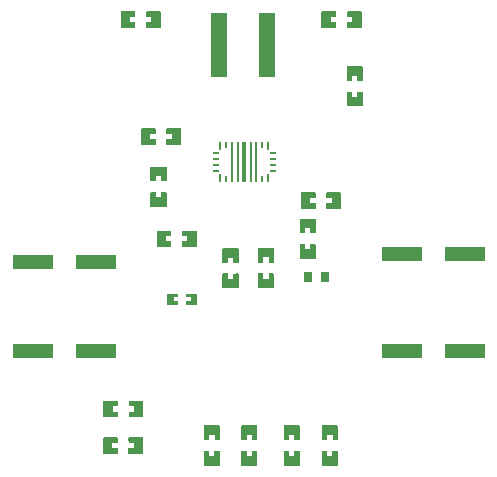
<source format=gtp>
G04 Layer: TopPasteMaskLayer*
G04 EasyEDA Pro v2.2.43.4, 2025-10-30 16:07:04*
G04 Gerber Generator version 0.3*
G04 Scale: 100 percent, Rotated: No, Reflected: No*
G04 Dimensions in millimeters*
G04 Leading zeros omitted, absolute positions, 4 integers and 5 decimals*
G04 Generated by one-click*
%FSLAX45Y45*%
%MOMM*%
%ADD10R,3.49999X1.2*%
%ADD11R,1.4X5.49999*%
%ADD12R,0.6X0.25001*%
%ADD13R,0.25001X0.65001*%
%ADD14R,0.25001X0.6*%
%ADD15R,0.25001X3.39999*%
%ADD16R,0.3303X3.39999*%
%ADD17R,0.33X3.39999*%
%ADD18R,0.8X0.9*%
G75*


G04 PolygonModel Start*
G36*
G01X1054503Y486000D02*
G01X1054503Y613998D01*
G01X1059504Y618999D01*
G01X1174505Y618999D01*
G01X1179504Y613998D01*
G01X1180007Y572995D01*
G01X1135005Y572995D01*
G01X1135005Y527996D01*
G01X1179006Y527996D01*
G01X1179504Y486000D01*
G01X1174505Y480998D01*
G01X1059504Y480998D01*
G01X1054503Y486000D01*
G37*
G36*
G01X1395498Y614000D02*
G01X1395498Y486002D01*
G01X1390496Y481001D01*
G01X1275495Y481001D01*
G01X1270497Y486002D01*
G01X1269994Y527005D01*
G01X1314995Y527005D01*
G01X1314995Y572004D01*
G01X1270994Y572004D01*
G01X1270497Y614000D01*
G01X1275495Y619002D01*
G01X1390496Y619002D01*
G01X1395498Y614000D01*
G37*
G36*
G01X2716068Y379502D02*
G01X2588070Y379502D01*
G01X2583068Y384504D01*
G01X2583068Y499505D01*
G01X2588070Y504503D01*
G01X2629073Y505006D01*
G01X2629073Y460005D01*
G01X2674071Y460005D01*
G01X2674071Y504006D01*
G01X2716068Y504503D01*
G01X2721069Y499505D01*
G01X2721069Y384504D01*
G01X2716068Y379502D01*
G37*
G36*
G01X2588067Y720497D02*
G01X2716065Y720497D01*
G01X2721066Y715496D01*
G01X2721066Y600495D01*
G01X2716065Y595496D01*
G01X2675062Y594993D01*
G01X2675062Y639995D01*
G01X2630063Y639995D01*
G01X2630063Y595994D01*
G01X2588067Y595496D01*
G01X2583066Y600495D01*
G01X2583066Y715496D01*
G01X2588067Y720497D01*
G37*
G36*
G01X3250109Y3421499D02*
G01X3122111Y3421499D01*
G01X3117110Y3426501D01*
G01X3117110Y3541502D01*
G01X3122111Y3546500D01*
G01X3163114Y3547003D01*
G01X3163114Y3502002D01*
G01X3208113Y3502002D01*
G01X3208113Y3546003D01*
G01X3250109Y3546500D01*
G01X3255110Y3541502D01*
G01X3255110Y3426501D01*
G01X3250109Y3421499D01*
G37*
G36*
G01X3122108Y3762494D02*
G01X3250107Y3762494D01*
G01X3255108Y3757493D01*
G01X3255108Y3642492D01*
G01X3250107Y3637493D01*
G01X3209103Y3636990D01*
G01X3209103Y3681992D01*
G01X3164105Y3681992D01*
G01X3164105Y3637991D01*
G01X3122108Y3637493D01*
G01X3117107Y3642492D01*
G01X3117107Y3757493D01*
G01X3122108Y3762494D01*
G37*
G36*
G01X1587822Y2570653D02*
G01X1459824Y2570653D01*
G01X1454823Y2575654D01*
G01X1454823Y2690655D01*
G01X1459824Y2695654D01*
G01X1500827Y2696157D01*
G01X1500827Y2651156D01*
G01X1545826Y2651156D01*
G01X1545826Y2695156D01*
G01X1587822Y2695654D01*
G01X1592823Y2690655D01*
G01X1592823Y2575654D01*
G01X1587822Y2570653D01*
G37*
G36*
G01X1587822Y2785654D02*
G01X1545826Y2785656D01*
G01X1545826Y2830155D01*
G01X1500827Y2830155D01*
G01X1500827Y2786157D01*
G01X1459824Y2785654D01*
G01X1454823Y2790655D01*
G01X1454823Y2905654D01*
G01X1459824Y2910655D01*
G01X1587822Y2910655D01*
G01X1592823Y2905654D01*
G01X1592823Y2790655D01*
G01X1587822Y2785654D01*
G37*
G36*
G01X2724436Y2471412D02*
G01X2852434Y2471412D01*
G01X2857435Y2466410D01*
G01X2857435Y2351409D01*
G01X2852434Y2346411D01*
G01X2811431Y2345908D01*
G01X2811431Y2390909D01*
G01X2766432Y2390909D01*
G01X2766432Y2346908D01*
G01X2724436Y2346411D01*
G01X2719434Y2351409D01*
G01X2719434Y2466410D01*
G01X2724436Y2471412D01*
G37*
G36*
G01X2724436Y2256411D02*
G01X2766432Y2256408D01*
G01X2766432Y2211910D01*
G01X2811431Y2211910D01*
G01X2811431Y2255908D01*
G01X2852434Y2256411D01*
G01X2857435Y2251410D01*
G01X2857435Y2136411D01*
G01X2852434Y2131410D01*
G01X2724436Y2131410D01*
G01X2719434Y2136411D01*
G01X2719434Y2251410D01*
G01X2724436Y2256411D01*
G37*
G36*
G01X1375967Y3102996D02*
G01X1375967Y3230995D01*
G01X1380968Y3235996D01*
G01X1495969Y3235996D01*
G01X1500968Y3230995D01*
G01X1501471Y3189991D01*
G01X1456470Y3189991D01*
G01X1456470Y3144993D01*
G01X1500470Y3144993D01*
G01X1500968Y3102996D01*
G01X1495969Y3097995D01*
G01X1380968Y3097995D01*
G01X1375967Y3102996D01*
G37*
G36*
G01X1590968Y3102996D02*
G01X1590970Y3144993D01*
G01X1635469Y3144993D01*
G01X1635469Y3189991D01*
G01X1591471Y3189991D01*
G01X1590968Y3230995D01*
G01X1595969Y3235996D01*
G01X1710968Y3235996D01*
G01X1715969Y3230995D01*
G01X1715969Y3102996D01*
G01X1710968Y3097995D01*
G01X1595969Y3097995D01*
G01X1590968Y3102996D01*
G37*
G36*
G01X1508500Y2236067D02*
G01X1508500Y2364066D01*
G01X1513501Y2369067D01*
G01X1628502Y2369067D01*
G01X1633501Y2364066D01*
G01X1634004Y2323062D01*
G01X1589003Y2323062D01*
G01X1589003Y2278064D01*
G01X1633003Y2278064D01*
G01X1633501Y2236067D01*
G01X1628502Y2231066D01*
G01X1513501Y2231066D01*
G01X1508500Y2236067D01*
G37*
G36*
G01X1723501Y2236067D02*
G01X1723504Y2278064D01*
G01X1768002Y2278064D01*
G01X1768002Y2323062D01*
G01X1724004Y2323062D01*
G01X1723501Y2364066D01*
G01X1728502Y2369067D01*
G01X1843501Y2369067D01*
G01X1848502Y2364066D01*
G01X1848502Y2236067D01*
G01X1843501Y2231066D01*
G01X1728502Y2231066D01*
G01X1723501Y2236067D01*
G37*
G36*
G01X1544746Y4220919D02*
G01X1544746Y4092920D01*
G01X1539745Y4087919D01*
G01X1424744Y4087919D01*
G01X1419745Y4092920D01*
G01X1419242Y4133924D01*
G01X1464243Y4133924D01*
G01X1464243Y4178922D01*
G01X1420243Y4178922D01*
G01X1419745Y4220919D01*
G01X1424744Y4225920D01*
G01X1539745Y4225920D01*
G01X1544746Y4220919D01*
G37*
G36*
G01X1203751Y4092918D02*
G01X1203751Y4220916D01*
G01X1208752Y4225917D01*
G01X1323754Y4225917D01*
G01X1328752Y4220916D01*
G01X1329255Y4179913D01*
G01X1284254Y4179913D01*
G01X1284254Y4134914D01*
G01X1328254Y4134914D01*
G01X1328752Y4092918D01*
G01X1323754Y4087917D01*
G01X1208752Y4087917D01*
G01X1203751Y4092918D01*
G37*
G36*
G01X2903968Y4092918D02*
G01X2903968Y4220916D01*
G01X2908969Y4225917D01*
G01X3023970Y4225917D01*
G01X3028969Y4220916D01*
G01X3029472Y4179913D01*
G01X2984471Y4179913D01*
G01X2984471Y4134914D01*
G01X3028471Y4134914D01*
G01X3028969Y4092918D01*
G01X3023970Y4087917D01*
G01X2908969Y4087917D01*
G01X2903968Y4092918D01*
G37*
G36*
G01X3244963Y4220919D02*
G01X3244963Y4092920D01*
G01X3239962Y4087919D01*
G01X3124961Y4087919D01*
G01X3119962Y4092920D01*
G01X3119459Y4133924D01*
G01X3164460Y4133924D01*
G01X3164460Y4178922D01*
G01X3120460Y4178922D01*
G01X3119962Y4220919D01*
G01X3124961Y4225920D01*
G01X3239962Y4225920D01*
G01X3244963Y4220919D01*
G37*
G36*
G01X2729503Y2561000D02*
G01X2729503Y2688998D01*
G01X2734504Y2693999D01*
G01X2849505Y2693999D01*
G01X2854504Y2688998D01*
G01X2855006Y2647995D01*
G01X2810005Y2647995D01*
G01X2810005Y2602996D01*
G01X2854006Y2602996D01*
G01X2854504Y2561000D01*
G01X2849505Y2555998D01*
G01X2734504Y2555998D01*
G01X2729503Y2561000D01*
G37*
G36*
G01X3070498Y2689000D02*
G01X3070498Y2561002D01*
G01X3065496Y2556001D01*
G01X2950495Y2556001D01*
G01X2945497Y2561002D01*
G01X2944994Y2602005D01*
G01X2989995Y2602005D01*
G01X2989995Y2647004D01*
G01X2945994Y2647004D01*
G01X2945497Y2689000D01*
G01X2950495Y2694002D01*
G01X3065496Y2694002D01*
G01X3070498Y2689000D01*
G37*
G36*
G01X1055790Y795315D02*
G01X1055790Y923313D01*
G01X1060792Y928314D01*
G01X1175793Y928314D01*
G01X1180791Y923313D01*
G01X1181294Y882310D01*
G01X1136293Y882310D01*
G01X1136293Y837311D01*
G01X1180294Y837311D01*
G01X1180791Y795315D01*
G01X1175793Y790313D01*
G01X1060792Y790313D01*
G01X1055790Y795315D01*
G37*
G36*
G01X1396785Y923315D02*
G01X1396785Y795317D01*
G01X1391784Y790316D01*
G01X1276783Y790316D01*
G01X1271784Y795317D01*
G01X1271281Y836320D01*
G01X1316283Y836320D01*
G01X1316283Y881319D01*
G01X1272282Y881319D01*
G01X1271784Y923315D01*
G01X1276783Y928317D01*
G01X1391784Y928317D01*
G01X1396785Y923315D01*
G37*
G36*
G01X2357778Y379502D02*
G01X2229779Y379502D01*
G01X2224778Y384504D01*
G01X2224778Y499505D01*
G01X2229779Y504503D01*
G01X2270783Y505006D01*
G01X2270783Y460005D01*
G01X2315781Y460005D01*
G01X2315781Y504006D01*
G01X2357778Y504503D01*
G01X2362779Y499505D01*
G01X2362779Y384504D01*
G01X2357778Y379502D01*
G37*
G36*
G01X2229777Y720497D02*
G01X2357775Y720497D01*
G01X2362776Y715496D01*
G01X2362776Y600495D01*
G01X2357775Y595496D01*
G01X2316772Y594993D01*
G01X2316772Y639995D01*
G01X2271773Y639995D01*
G01X2271773Y595994D01*
G01X2229777Y595496D01*
G01X2224776Y600495D01*
G01X2224776Y715496D01*
G01X2229777Y720497D01*
G37*
G36*
G01X2040737Y379502D02*
G01X1912739Y379502D01*
G01X1907738Y384504D01*
G01X1907738Y499505D01*
G01X1912739Y504503D01*
G01X1953742Y505006D01*
G01X1953742Y460005D01*
G01X1998741Y460005D01*
G01X1998741Y504006D01*
G01X2040737Y504503D01*
G01X2045738Y499505D01*
G01X2045738Y384504D01*
G01X2040737Y379502D01*
G37*
G36*
G01X1912736Y720497D02*
G01X2040735Y720497D01*
G01X2045736Y715496D01*
G01X2045736Y600495D01*
G01X2040735Y595496D01*
G01X1999731Y594993D01*
G01X1999731Y639995D01*
G01X1954733Y639995D01*
G01X1954733Y595994D01*
G01X1912736Y595496D01*
G01X1907735Y600495D01*
G01X1907735Y715496D01*
G01X1912736Y720497D01*
G37*
G36*
G01X3039001Y379502D02*
G01X2911002Y379502D01*
G01X2906001Y384504D01*
G01X2906001Y499505D01*
G01X2911002Y504503D01*
G01X2952006Y505006D01*
G01X2952006Y460005D01*
G01X2997004Y460005D01*
G01X2997004Y504006D01*
G01X3039001Y504503D01*
G01X3044002Y499505D01*
G01X3044002Y384504D01*
G01X3039001Y379502D01*
G37*
G36*
G01X2911000Y720497D02*
G01X3038998Y720497D01*
G01X3043999Y715496D01*
G01X3043999Y600495D01*
G01X3038998Y595496D01*
G01X2997995Y594993D01*
G01X2997995Y639995D01*
G01X2952996Y639995D01*
G01X2952996Y595994D01*
G01X2911000Y595496D01*
G01X2905999Y600495D01*
G01X2905999Y715496D01*
G01X2911000Y720497D01*
G37*
G36*
G01X1604855Y1743622D02*
G01X1684855Y1743622D01*
G01X1689856Y1748623D01*
G01X1689856Y1771420D01*
G01X1652856Y1771420D01*
G01X1652856Y1804420D01*
G01X1689856Y1804420D01*
G01X1689856Y1828623D01*
G01X1684855Y1833622D01*
G01X1604855Y1833622D01*
G01X1599857Y1828623D01*
G01X1599857Y1748623D01*
G01X1604855Y1743622D01*
G37*
G36*
G01X1843859Y1833619D02*
G01X1763859Y1833619D01*
G01X1758858Y1828618D01*
G01X1758858Y1805822D01*
G01X1795858Y1805822D01*
G01X1795858Y1772822D01*
G01X1758858Y1772822D01*
G01X1758858Y1748618D01*
G01X1763859Y1743620D01*
G01X1843859Y1743620D01*
G01X1848858Y1748618D01*
G01X1848858Y1828618D01*
G01X1843859Y1833619D01*
G37*
G36*
G01X2498203Y1883019D02*
G01X2370204Y1883019D01*
G01X2365203Y1888020D01*
G01X2365203Y2003021D01*
G01X2370204Y2008020D01*
G01X2411208Y2008523D01*
G01X2411208Y1963522D01*
G01X2456206Y1963522D01*
G01X2456206Y2007522D01*
G01X2498203Y2008020D01*
G01X2503204Y2003021D01*
G01X2503204Y1888020D01*
G01X2498203Y1883019D01*
G37*
G36*
G01X2498203Y2098020D02*
G01X2456206Y2098022D01*
G01X2456206Y2142520D01*
G01X2411208Y2142520D01*
G01X2411208Y2098523D01*
G01X2370204Y2098020D01*
G01X2365203Y2103021D01*
G01X2365203Y2218019D01*
G01X2370204Y2223021D01*
G01X2498203Y2223021D01*
G01X2503204Y2218019D01*
G01X2503204Y2103021D01*
G01X2498203Y2098020D01*
G37*
G36*
G01X2070202Y2221682D02*
G01X2198200Y2221682D01*
G01X2203201Y2216680D01*
G01X2203201Y2101679D01*
G01X2198200Y2096681D01*
G01X2157197Y2096178D01*
G01X2157197Y2141179D01*
G01X2112198Y2141179D01*
G01X2112198Y2097178D01*
G01X2070202Y2096681D01*
G01X2065201Y2101679D01*
G01X2065201Y2216680D01*
G01X2070202Y2221682D01*
G37*
G36*
G01X2070202Y2006681D02*
G01X2112198Y2006678D01*
G01X2112198Y1962180D01*
G01X2157197Y1962180D01*
G01X2157197Y2006178D01*
G01X2198200Y2006681D01*
G01X2203201Y2001680D01*
G01X2203201Y1886681D01*
G01X2198200Y1881680D01*
G01X2070202Y1881680D01*
G01X2065201Y1886681D01*
G01X2065201Y2001680D01*
G01X2070202Y2006681D01*
G37*

G04 Pad Start*
G54D10*
G01X4116987Y2174988D03*
G01X3583003Y2174988D03*
G01X4116987Y1349987D03*
G01X3583003Y1349987D03*
G54D11*
G01X2442006Y3945000D03*
G01X2037994Y3945000D03*
G54D12*
G01X2010001Y3025006D03*
G01X2010001Y2974994D03*
G01X2010001Y2925007D03*
G01X2010001Y2874994D03*
G54D13*
G01X2046000Y2812500D03*
G54D14*
G01X2096013Y2810000D03*
G54D15*
G01X2146000Y2950000D03*
G01X2196012Y2950000D03*
G54D17*
G01X2250000Y2950000D03*
G54D15*
G01X2304013Y2950000D03*
G01X2354000Y2950000D03*
G54D14*
G01X2404013Y2810000D03*
G54D13*
G01X2454000Y2812500D03*
G54D12*
G01X2490000Y2874994D03*
G01X2490000Y2925007D03*
G01X2490000Y2974994D03*
G01X2490000Y3025006D03*
G54D13*
G01X2454000Y3087501D03*
G54D14*
G01X2404013Y3090000D03*
G54D13*
G01X2046000Y3087501D03*
G54D14*
G01X2095987Y3090000D03*
G54D18*
G01X2933099Y1973227D03*
G01X2793094Y1973227D03*
G54D10*
G01X458013Y2100013D03*
G01X991997Y2100013D03*
G01X458013Y1350013D03*
G01X991997Y1350013D03*
G04 Pad End*

M02*


</source>
